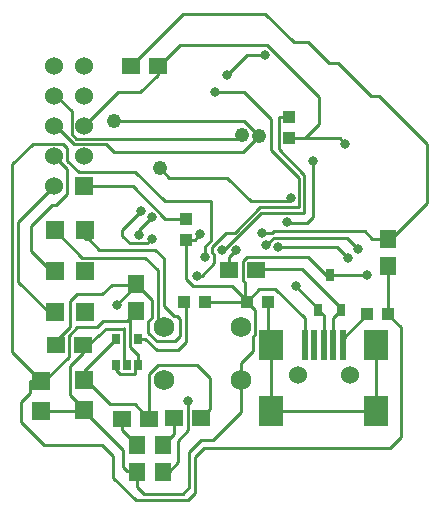
<source format=gbr>
%FSLAX23Y23*%
%MOIN*%
G04 EasyPC Gerber Version 17.0 Build 3379 *
%ADD16R,0.01969X0.09843*%
%ADD20R,0.02756X0.03346*%
%ADD17R,0.03150X0.04331*%
%ADD21R,0.03937X0.04291*%
%ADD71R,0.05500X0.06000*%
%ADD14R,0.07874X0.09843*%
%ADD22R,0.06000X0.06000*%
%ADD23R,0.06000X0.06000*%
%ADD24C,0.00984*%
%ADD12C,0.01000*%
%ADD13C,0.03189*%
%ADD25C,0.04800*%
%ADD15C,0.06000*%
%ADD19R,0.04291X0.03937*%
%ADD18R,0.06000X0.05500*%
%ADD70C,0.06890*%
X0Y0D02*
D02*
D12*
X508Y1326D02*
X516D01*
X575Y1267*
X683*
X708Y1242*
X1139*
X1193Y1295*
X508Y1426D02*
X516D01*
X567Y1376*
Y1301*
X582Y1285*
X1139*
X1134Y1291*
Y1297*
X510Y982D02*
X602Y889D01*
X811*
X854Y846*
Y679*
X875Y658*
X510Y706D02*
X490D01*
X389Y807*
Y1007*
X508Y1126*
X510Y844D02*
X498D01*
X431Y911*
Y994*
X502Y1065*
X515*
X551Y1100*
Y1183*
X508Y1226*
X514Y596D02*
Y612D01*
X561Y659*
Y744*
X584Y767*
X669*
X701Y799*
X781*
X783Y800*
X610Y982D02*
Y950D01*
X624*
X659Y915*
X846*
X874Y887*
Y728*
X907Y694*
X917*
X927Y685*
Y626*
X911Y610*
X850*
X823Y637*
Y677*
X834Y689*
Y749*
X783Y800*
X708Y1344D02*
X1143D01*
X1193Y1295*
X736Y352D02*
Y314D01*
X785Y265*
X783Y800D02*
Y797D01*
X718Y732*
X789Y619D02*
X812D01*
X850Y580*
X921*
X949Y608*
Y733*
X942Y740*
X941*
X799Y1045D02*
X736Y982D01*
Y960*
X760Y937*
X819*
X834Y952*
Y1023D02*
X791Y980D01*
Y964*
X907Y354D02*
Y301D01*
X872Y265*
X956Y411D02*
Y313D01*
X921Y277*
Y206*
X890Y175*
X872*
X1045Y1442D02*
X1141D01*
X1232Y1352*
Y1248*
X1325Y1155*
Y1059*
X1323Y1057*
X1195*
X1110Y972*
X1082*
X1035Y925*
Y907*
X1043Y899*
Y870*
X1000Y826*
X984*
X1067Y915D02*
Y913D01*
X1075*
X1199Y1037*
X1342*
Y1165*
X1258Y1250*
Y1357*
X1291*
X1093Y846D02*
Y892D01*
X1114Y913*
X1183Y846D02*
Y852D01*
X1334*
X1467Y719*
X1464*
Y713*
X1201Y970D02*
X1236D01*
X1242Y976*
X1545*
X1569Y952*
X1622*
X1212Y1565D02*
X1153D01*
X1084Y1496*
X1220Y742D02*
Y608D01*
X1232Y596*
Y379D02*
X1582D01*
X1232Y596D02*
Y379D01*
X1256Y923D02*
X1452D01*
X1488Y887*
X1297Y1086D02*
Y1076D01*
X1165*
X1086Y1155*
X891*
X860Y1187*
X1370Y1212D02*
Y1023D01*
X1350Y1004*
X1291*
X1285Y1009*
X1389Y713D02*
Y718D01*
X1315Y793*
X1407Y596D02*
Y696D01*
X1389Y713*
X1438Y596D02*
Y687D01*
X1464Y713*
X1470Y596D02*
Y617D01*
X1553Y700*
X1521Y917D02*
X1484Y954D01*
X1240*
X1216Y931*
X1582Y596D02*
Y379D01*
X1622Y952D02*
X1633D01*
X1752Y1070*
Y1269*
X1592Y1429*
X1565*
X1456Y1537*
X1425*
X1354Y1608*
X1307*
X1212Y1702*
X939*
X764Y1527*
D02*
D13*
X718Y732D03*
X791Y964D03*
X799Y1045D03*
X834Y952D03*
Y1023D03*
X956Y411D03*
X984Y826D03*
X996Y966D03*
X1010Y891D03*
X1045Y1442D03*
X1067Y915D03*
X1084Y1496D03*
X1114Y913D03*
X1201Y970D03*
X1212Y1565D03*
X1216Y931D03*
X1256Y923D03*
X1285Y1009D03*
X1297Y1086D03*
X1315Y793D03*
X1370Y1212D03*
X1478Y1269D03*
X1488Y887D03*
X1521Y917D03*
X1553Y830D03*
D02*
D14*
X1232Y379D03*
Y596D03*
X1582Y379D03*
Y596D03*
D02*
D15*
X508Y1126D03*
Y1226D03*
Y1326D03*
Y1426D03*
Y1526D03*
X608Y1226D03*
Y1326D03*
Y1426D03*
Y1526D03*
X1320Y498D03*
X1494D03*
D02*
D16*
X1344Y596D03*
X1375D03*
X1407D03*
X1438D03*
X1470D03*
D02*
D17*
X1389Y713D03*
X1427Y831D03*
X1464Y713D03*
D02*
D18*
X514Y596D03*
X604D03*
X736Y352D03*
X764Y1527D03*
X826Y352D03*
X854Y1527D03*
X907Y354D03*
X997D03*
X1093Y846D03*
X1183D03*
D02*
D19*
X941Y740D03*
X1011D03*
X1150Y742D03*
X1220D03*
X1553Y700D03*
X1623D03*
D02*
D70*
X875Y481D03*
Y658D03*
X1131Y481D03*
Y658D03*
D02*
D71*
X783Y710D03*
Y800D03*
X785Y175D03*
Y265D03*
X872Y175D03*
Y265D03*
X1622Y862D03*
Y952D03*
D02*
D20*
X714Y530D03*
Y619D03*
X752Y530D03*
X789D03*
Y619D03*
D02*
D21*
X949Y949D03*
Y1019D03*
X1291Y1287D03*
Y1357D03*
D02*
D22*
X466Y376D03*
Y476D03*
X510Y982D03*
X510Y706D03*
Y844D03*
X608Y382D03*
Y482D03*
X610Y982D03*
X610Y706D03*
Y844D03*
D02*
D23*
X608Y1126D03*
D02*
D24*
X466Y376D02*
X602D01*
X608Y382*
X466Y476D02*
X476D01*
X559Y559*
Y629*
X586Y657*
X651*
X673Y679*
X751*
X783Y710*
X604Y596D02*
X604D01*
Y584*
X681Y651*
X740*
X742Y653*
Y540*
X752Y530*
X608Y382D02*
Y385D01*
X563Y431*
Y529*
X604Y570*
X604Y596*
X608Y482D02*
Y512D01*
X714Y619*
X608Y482D02*
X614D01*
X695Y401*
X777*
X826Y352*
X714Y530D02*
Y515D01*
X728Y502*
X779*
Y520*
X789Y530*
X783Y710D02*
X766D01*
X760Y704*
Y592*
X785Y567*
X789*
Y530*
X785Y175D02*
Y177D01*
X752*
X738Y191*
Y246*
X608Y376*
Y382*
X826Y352D02*
Y501D01*
X856Y531*
X984*
X1027Y488*
Y384*
X997Y354*
X854Y1527D02*
X858D01*
X929Y1598*
X1218*
X1393Y1423*
Y1335*
X1346Y1287*
X854Y1527D02*
Y1499D01*
X795Y1441*
X723*
X608Y1326*
X949Y949D02*
X979D01*
X996Y966*
X949Y1019D02*
X878D01*
X771Y1126*
X609*
X608Y1126*
X1010Y891D02*
Y923D01*
X1033Y946*
Y1076*
X878*
X779Y1175*
X590*
X553Y1212*
Y1255*
X539Y1269*
X437*
X368Y1200*
Y574*
X466Y476*
X1011Y740D02*
X1148D01*
X1150Y742*
X1131Y481D02*
Y375D01*
X1037Y281*
X998*
X958Y242*
Y124*
X937Y102*
X807*
X785Y124*
Y175*
X1131Y481D02*
Y537D01*
X1171Y576*
Y626*
X1177Y631*
Y649*
X1179Y651*
Y713*
X1150Y742*
X1145Y746*
Y805*
X1138Y813*
Y878*
X1151Y891*
X1354*
X1414Y831*
X1427*
X1150Y742D02*
Y743D01*
X1100Y793*
X972*
X949Y816*
Y949*
X1291Y1287D02*
X1346D01*
X1344Y596D02*
Y687D01*
X1246Y785*
X1193*
X1150Y742*
X1346Y1287D02*
X1460D01*
X1478Y1269*
X1427Y831D02*
X1552D01*
X1553Y830*
X1623Y700D02*
Y699D01*
X1665Y657*
Y291*
X1628Y254*
X1008*
X978Y224*
Y104*
X954Y80*
X781*
X706Y155*
Y226*
X669Y263*
X476*
X399Y340*
Y409*
X427Y437*
Y476*
X466*
X1623Y700D02*
Y861D01*
X1622Y862*
D02*
D25*
X708Y1344D03*
X860Y1187D03*
X1134Y1297D03*
X1193Y1295D03*
X0Y0D02*
M02*

</source>
